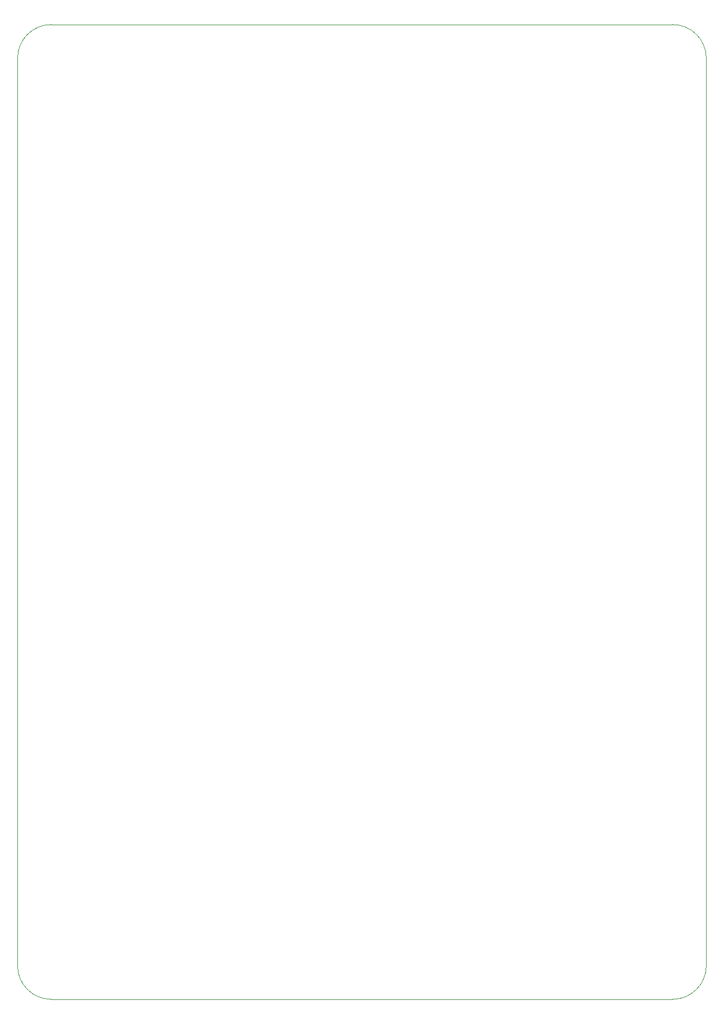
<source format=gbr>
%TF.GenerationSoftware,KiCad,Pcbnew,(6.0.4)*%
%TF.CreationDate,2022-04-15T04:49:28-07:00*%
%TF.ProjectId,main_board,6d61696e-5f62-46f6-9172-642e6b696361,rev?*%
%TF.SameCoordinates,Original*%
%TF.FileFunction,Profile,NP*%
%FSLAX46Y46*%
G04 Gerber Fmt 4.6, Leading zero omitted, Abs format (unit mm)*
G04 Created by KiCad (PCBNEW (6.0.4)) date 2022-04-15 04:49:28*
%MOMM*%
%LPD*%
G01*
G04 APERTURE LIST*
%TA.AperFunction,Profile*%
%ADD10C,0.100000*%
%TD*%
G04 APERTURE END LIST*
D10*
X22860000Y-15240000D02*
G75*
G03*
X17780000Y-20320000I0J-5080000D01*
G01*
X22860000Y-15240000D02*
X116840000Y-15240000D01*
X17780000Y-20320000D02*
X17780000Y-157480000D01*
X121920000Y-157480000D02*
X121920000Y-20320000D01*
X17780000Y-157480000D02*
G75*
G03*
X22860000Y-162560000I5080000J0D01*
G01*
X121920000Y-20320000D02*
G75*
G03*
X116840000Y-15240000I-5080000J0D01*
G01*
X22860000Y-162560000D02*
X116840000Y-162560000D01*
X116840000Y-162560000D02*
G75*
G03*
X121920000Y-157480000I0J5080000D01*
G01*
M02*

</source>
